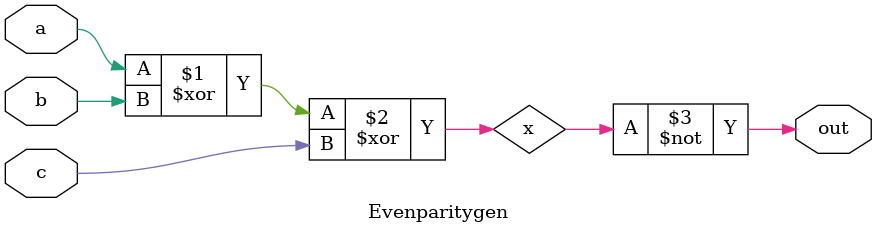
<source format=v>
module Evenparitygen(a,b,c,out);
input a,b,c;
wire x;
output out;
assign x = a^b^c;
assign out = ~x;
endmodule


</source>
